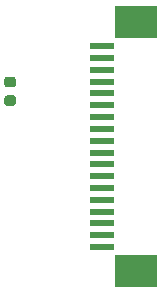
<source format=gbr>
G04 #@! TF.GenerationSoftware,KiCad,Pcbnew,(5.1.4)-1*
G04 #@! TF.CreationDate,2021-10-09T11:26:26+08:00*
G04 #@! TF.ProjectId,ConnectInterface,436f6e6e-6563-4744-996e-746572666163,rev?*
G04 #@! TF.SameCoordinates,Original*
G04 #@! TF.FileFunction,Paste,Top*
G04 #@! TF.FilePolarity,Positive*
%FSLAX46Y46*%
G04 Gerber Fmt 4.6, Leading zero omitted, Abs format (unit mm)*
G04 Created by KiCad (PCBNEW (5.1.4)-1) date 2021-10-09 11:26:26*
%MOMM*%
%LPD*%
G04 APERTURE LIST*
%ADD10R,2.000000X0.610000*%
%ADD11R,3.600000X2.680000*%
%ADD12C,0.100000*%
%ADD13C,0.875000*%
G04 APERTURE END LIST*
D10*
X166957600Y-65164580D03*
X166957600Y-77164580D03*
X166957600Y-67164580D03*
X166957600Y-75164580D03*
X166957600Y-63164580D03*
X166957600Y-74164580D03*
D11*
X169816780Y-80208120D03*
D10*
X166957600Y-68164580D03*
X166957600Y-72164580D03*
X166957600Y-64164580D03*
D11*
X169819320Y-59151520D03*
D10*
X166957600Y-70164580D03*
X166957600Y-76164580D03*
X166957600Y-69164580D03*
X166957600Y-66164580D03*
X166957600Y-71164580D03*
X166957600Y-62164580D03*
X166957600Y-73164580D03*
X166957600Y-78164580D03*
X166957600Y-61164580D03*
D12*
G36*
X159441711Y-63756873D02*
G01*
X159462946Y-63760023D01*
X159483770Y-63765239D01*
X159503982Y-63772471D01*
X159523388Y-63781650D01*
X159541801Y-63792686D01*
X159559044Y-63805474D01*
X159574950Y-63819890D01*
X159589366Y-63835796D01*
X159602154Y-63853039D01*
X159613190Y-63871452D01*
X159622369Y-63890858D01*
X159629601Y-63911070D01*
X159634817Y-63931894D01*
X159637967Y-63953129D01*
X159639020Y-63974570D01*
X159639020Y-64412070D01*
X159637967Y-64433511D01*
X159634817Y-64454746D01*
X159629601Y-64475570D01*
X159622369Y-64495782D01*
X159613190Y-64515188D01*
X159602154Y-64533601D01*
X159589366Y-64550844D01*
X159574950Y-64566750D01*
X159559044Y-64581166D01*
X159541801Y-64593954D01*
X159523388Y-64604990D01*
X159503982Y-64614169D01*
X159483770Y-64621401D01*
X159462946Y-64626617D01*
X159441711Y-64629767D01*
X159420270Y-64630820D01*
X158907770Y-64630820D01*
X158886329Y-64629767D01*
X158865094Y-64626617D01*
X158844270Y-64621401D01*
X158824058Y-64614169D01*
X158804652Y-64604990D01*
X158786239Y-64593954D01*
X158768996Y-64581166D01*
X158753090Y-64566750D01*
X158738674Y-64550844D01*
X158725886Y-64533601D01*
X158714850Y-64515188D01*
X158705671Y-64495782D01*
X158698439Y-64475570D01*
X158693223Y-64454746D01*
X158690073Y-64433511D01*
X158689020Y-64412070D01*
X158689020Y-63974570D01*
X158690073Y-63953129D01*
X158693223Y-63931894D01*
X158698439Y-63911070D01*
X158705671Y-63890858D01*
X158714850Y-63871452D01*
X158725886Y-63853039D01*
X158738674Y-63835796D01*
X158753090Y-63819890D01*
X158768996Y-63805474D01*
X158786239Y-63792686D01*
X158804652Y-63781650D01*
X158824058Y-63772471D01*
X158844270Y-63765239D01*
X158865094Y-63760023D01*
X158886329Y-63756873D01*
X158907770Y-63755820D01*
X159420270Y-63755820D01*
X159441711Y-63756873D01*
X159441711Y-63756873D01*
G37*
D13*
X159164020Y-64193320D03*
D12*
G36*
X159441711Y-65331873D02*
G01*
X159462946Y-65335023D01*
X159483770Y-65340239D01*
X159503982Y-65347471D01*
X159523388Y-65356650D01*
X159541801Y-65367686D01*
X159559044Y-65380474D01*
X159574950Y-65394890D01*
X159589366Y-65410796D01*
X159602154Y-65428039D01*
X159613190Y-65446452D01*
X159622369Y-65465858D01*
X159629601Y-65486070D01*
X159634817Y-65506894D01*
X159637967Y-65528129D01*
X159639020Y-65549570D01*
X159639020Y-65987070D01*
X159637967Y-66008511D01*
X159634817Y-66029746D01*
X159629601Y-66050570D01*
X159622369Y-66070782D01*
X159613190Y-66090188D01*
X159602154Y-66108601D01*
X159589366Y-66125844D01*
X159574950Y-66141750D01*
X159559044Y-66156166D01*
X159541801Y-66168954D01*
X159523388Y-66179990D01*
X159503982Y-66189169D01*
X159483770Y-66196401D01*
X159462946Y-66201617D01*
X159441711Y-66204767D01*
X159420270Y-66205820D01*
X158907770Y-66205820D01*
X158886329Y-66204767D01*
X158865094Y-66201617D01*
X158844270Y-66196401D01*
X158824058Y-66189169D01*
X158804652Y-66179990D01*
X158786239Y-66168954D01*
X158768996Y-66156166D01*
X158753090Y-66141750D01*
X158738674Y-66125844D01*
X158725886Y-66108601D01*
X158714850Y-66090188D01*
X158705671Y-66070782D01*
X158698439Y-66050570D01*
X158693223Y-66029746D01*
X158690073Y-66008511D01*
X158689020Y-65987070D01*
X158689020Y-65549570D01*
X158690073Y-65528129D01*
X158693223Y-65506894D01*
X158698439Y-65486070D01*
X158705671Y-65465858D01*
X158714850Y-65446452D01*
X158725886Y-65428039D01*
X158738674Y-65410796D01*
X158753090Y-65394890D01*
X158768996Y-65380474D01*
X158786239Y-65367686D01*
X158804652Y-65356650D01*
X158824058Y-65347471D01*
X158844270Y-65340239D01*
X158865094Y-65335023D01*
X158886329Y-65331873D01*
X158907770Y-65330820D01*
X159420270Y-65330820D01*
X159441711Y-65331873D01*
X159441711Y-65331873D01*
G37*
D13*
X159164020Y-65768320D03*
M02*

</source>
